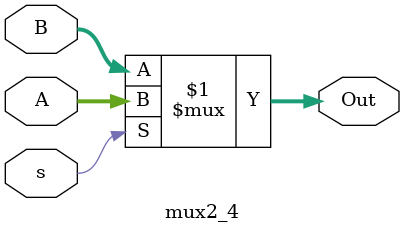
<source format=v>
module mux2_4(output wire [3:0] Out, input wire [3:0] A, input wire [3:0] B, input wire s);

  assign Out = s? A : B;

endmodule
</source>
